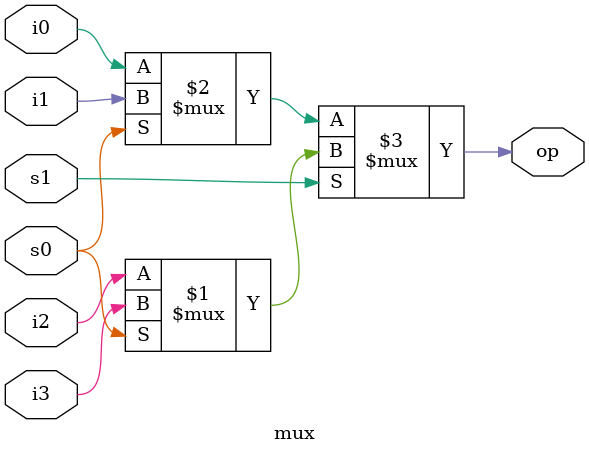
<source format=v>
`timescale 1ns / 1ps
module mux(i0,i1,i2,i3,s0,s1,op);
input i0,i1,i2,i3;
input s0,s1;
output op;
assign op= s1 ? (s0 ? i3 : i2 ) : ( s0 ? i1 : i0);



endmodule

</source>
